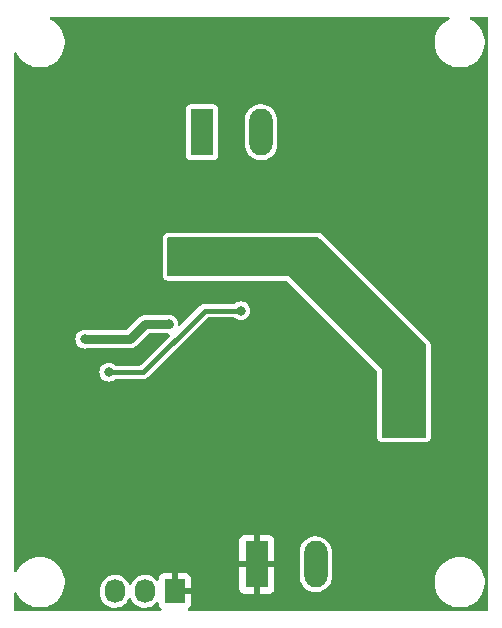
<source format=gbr>
%TF.GenerationSoftware,KiCad,Pcbnew,7.0.5*%
%TF.CreationDate,2023-07-07T01:57:58+07:00*%
%TF.ProjectId,driver_motor,64726976-6572-45f6-9d6f-746f722e6b69,rev?*%
%TF.SameCoordinates,Original*%
%TF.FileFunction,Copper,L2,Bot*%
%TF.FilePolarity,Positive*%
%FSLAX46Y46*%
G04 Gerber Fmt 4.6, Leading zero omitted, Abs format (unit mm)*
G04 Created by KiCad (PCBNEW 7.0.5) date 2023-07-07 01:57:58*
%MOMM*%
%LPD*%
G01*
G04 APERTURE LIST*
%TA.AperFunction,ComponentPad*%
%ADD10R,1.980000X3.960000*%
%TD*%
%TA.AperFunction,ComponentPad*%
%ADD11O,1.980000X3.960000*%
%TD*%
%TA.AperFunction,ComponentPad*%
%ADD12R,1.730000X2.030000*%
%TD*%
%TA.AperFunction,ComponentPad*%
%ADD13O,1.730000X2.030000*%
%TD*%
%TA.AperFunction,ViaPad*%
%ADD14C,1.500000*%
%TD*%
%TA.AperFunction,ViaPad*%
%ADD15C,0.800000*%
%TD*%
%TA.AperFunction,Conductor*%
%ADD16C,1.270000*%
%TD*%
%TA.AperFunction,Conductor*%
%ADD17C,0.762000*%
%TD*%
%TA.AperFunction,Conductor*%
%ADD18C,0.381000*%
%TD*%
G04 APERTURE END LIST*
D10*
%TO.P,J3,1,Pin_1*%
%TO.N,Net-(J3-Pin_1)*%
X162335000Y-35560000D03*
D11*
%TO.P,J3,2,Pin_2*%
%TO.N,Net-(J3-Pin_2)*%
X167335000Y-35560000D03*
%TD*%
D12*
%TO.P,J2,1,Pin_1*%
%TO.N,GND*%
X160030000Y-74422000D03*
D13*
%TO.P,J2,2,Pin_2*%
%TO.N,Net-(J2-Pin_2)*%
X157490000Y-74422000D03*
%TO.P,J2,3,Pin_3*%
%TO.N,Net-(J2-Pin_3)*%
X154950000Y-74422000D03*
%TD*%
D10*
%TO.P,J1,1,Pin_1*%
%TO.N,GND*%
X166958000Y-72136000D03*
D11*
%TO.P,J1,2,Pin_2*%
%TO.N,+12V*%
X171958000Y-72136000D03*
%TD*%
D14*
%TO.N,+12V*%
X160374500Y-46127500D03*
X179324000Y-60452000D03*
D15*
%TO.N,+5V*%
X159512000Y-51816352D03*
X152400000Y-53086000D03*
%TO.N,GND*%
X154475000Y-59916500D03*
X178625000Y-29326500D03*
X164135000Y-66356500D03*
X183455000Y-66356500D03*
X159305000Y-61526500D03*
X160915000Y-29326500D03*
X177015000Y-71186500D03*
X148035000Y-69576500D03*
X170575000Y-29326500D03*
X178625000Y-74406500D03*
X151255000Y-63136500D03*
X159305000Y-27716500D03*
X159305000Y-29326500D03*
X165745000Y-66356500D03*
X181845000Y-67966500D03*
X160915000Y-27716500D03*
X157695000Y-71186500D03*
X157695000Y-61526500D03*
X167355000Y-27716500D03*
X185065000Y-69576500D03*
X174752000Y-56388000D03*
X185065000Y-67966500D03*
X183455000Y-67966500D03*
X185065000Y-30936500D03*
X177015000Y-74406500D03*
X173795000Y-27716500D03*
X169672000Y-49530000D03*
X156085000Y-29326500D03*
X173795000Y-29326500D03*
X167355000Y-64746500D03*
X154475000Y-29326500D03*
X180235000Y-74406500D03*
X165745000Y-29326500D03*
X151255000Y-61526500D03*
X180235000Y-69576500D03*
X177015000Y-69576500D03*
X185065000Y-35766500D03*
X185065000Y-66356500D03*
X165745000Y-53476500D03*
X154475000Y-63136500D03*
X181845000Y-66356500D03*
X159305000Y-71186500D03*
X164135000Y-64746500D03*
X154475000Y-27716500D03*
X178625000Y-71186500D03*
X185065000Y-32546500D03*
X177015000Y-29326500D03*
X172185000Y-29326500D03*
X165745000Y-64746500D03*
X185065000Y-38986500D03*
X157695000Y-63136500D03*
X168965000Y-29326500D03*
X152865000Y-27716500D03*
X178625000Y-27716500D03*
X152865000Y-63136500D03*
X157695000Y-59916500D03*
X160915000Y-61526500D03*
X167355000Y-29326500D03*
X178625000Y-67966500D03*
X164135000Y-69576500D03*
X164135000Y-67966500D03*
X175405000Y-29326500D03*
X149645000Y-63136500D03*
X183455000Y-69576500D03*
X160915000Y-59916500D03*
X178625000Y-72796500D03*
X181845000Y-69576500D03*
X156085000Y-69576500D03*
X152865000Y-61526500D03*
X165745000Y-27716500D03*
X157695000Y-27716500D03*
X165745000Y-55086500D03*
X159305000Y-59916500D03*
X185065000Y-40596500D03*
X160915000Y-63136500D03*
X162525000Y-67966500D03*
X185065000Y-42206500D03*
X180235000Y-29326500D03*
X180235000Y-66356500D03*
X185065000Y-34156500D03*
X172185000Y-27716500D03*
X180235000Y-67966500D03*
X164135000Y-29326500D03*
X162525000Y-66356500D03*
X185065000Y-37376500D03*
X164135000Y-27716500D03*
X180235000Y-72796500D03*
X157695000Y-29326500D03*
X162525000Y-27716500D03*
X156085000Y-59916500D03*
X177015000Y-27716500D03*
X159305000Y-63136500D03*
X156085000Y-63136500D03*
X180235000Y-27716500D03*
X162525000Y-64746500D03*
X154475000Y-61526500D03*
X156085000Y-61526500D03*
X180235000Y-71186500D03*
X175405000Y-27716500D03*
X162525000Y-29326500D03*
X156085000Y-27716500D03*
X178625000Y-69576500D03*
X170575000Y-27716500D03*
X177015000Y-72796500D03*
X152865000Y-29326500D03*
X149645000Y-61526500D03*
X168965000Y-27716500D03*
X157695000Y-69576500D03*
%TO.N,PWML*%
X154432000Y-55880000D03*
X165608000Y-50654852D03*
%TD*%
D16*
%TO.N,+12V*%
X160528000Y-45974000D02*
X160374500Y-46127500D01*
X170688000Y-45974000D02*
X160528000Y-45974000D01*
X179324000Y-60452000D02*
X179324000Y-54610000D01*
X179324000Y-54610000D02*
X170688000Y-45974000D01*
D17*
%TO.N,+5V*%
X159512000Y-51816352D02*
X157479648Y-51816352D01*
X157479648Y-51816352D02*
X156210000Y-53086000D01*
X156210000Y-53086000D02*
X152400000Y-53086000D01*
D16*
%TO.N,GND*%
X167132000Y-71962000D02*
X166958000Y-72136000D01*
D17*
X169672000Y-49530000D02*
X169672000Y-53086000D01*
X172974000Y-56388000D02*
X174752000Y-56388000D01*
X169672000Y-53086000D02*
X172974000Y-56388000D01*
D18*
%TO.N,PWML*%
X162555057Y-50654852D02*
X157329909Y-55880000D01*
X165608000Y-50654852D02*
X162555057Y-50654852D01*
X157329909Y-55880000D02*
X154432000Y-55880000D01*
%TD*%
%TA.AperFunction,Conductor*%
%TO.N,GND*%
G36*
X183240876Y-25801185D02*
G01*
X183286631Y-25853989D01*
X183296575Y-25923147D01*
X183267550Y-25986703D01*
X183230885Y-26015598D01*
X183039918Y-26114549D01*
X182896981Y-26215445D01*
X182801693Y-26282708D01*
X182801690Y-26282709D01*
X182801688Y-26282712D01*
X182801687Y-26282712D01*
X182588583Y-26481737D01*
X182404556Y-26707936D01*
X182253048Y-26957081D01*
X182136878Y-27224532D01*
X182058206Y-27505314D01*
X182058205Y-27505320D01*
X182018500Y-27794199D01*
X182018500Y-28085800D01*
X182058205Y-28374679D01*
X182058206Y-28374685D01*
X182136878Y-28655467D01*
X182253049Y-28922918D01*
X182253048Y-28922918D01*
X182404556Y-29172063D01*
X182404558Y-29172065D01*
X182404559Y-29172067D01*
X182588583Y-29398262D01*
X182801693Y-29597292D01*
X183039918Y-29765450D01*
X183039917Y-29765450D01*
X183039919Y-29765451D01*
X183298824Y-29899605D01*
X183573584Y-29997254D01*
X183573587Y-29997254D01*
X183573592Y-29997256D01*
X183859083Y-30056582D01*
X183859082Y-30056582D01*
X183886345Y-30058446D01*
X184077179Y-30071500D01*
X184077186Y-30071500D01*
X184222814Y-30071500D01*
X184222821Y-30071500D01*
X184440917Y-30056582D01*
X184616664Y-30020060D01*
X184726407Y-29997256D01*
X184726408Y-29997255D01*
X184726416Y-29997254D01*
X185001176Y-29899605D01*
X185260081Y-29765451D01*
X185498307Y-29597292D01*
X185711417Y-29398262D01*
X185895441Y-29172067D01*
X186046950Y-28922920D01*
X186163123Y-28655464D01*
X186241795Y-28374680D01*
X186281500Y-28085799D01*
X186281500Y-27794201D01*
X186241795Y-27505320D01*
X186163123Y-27224536D01*
X186046950Y-26957081D01*
X186046951Y-26957081D01*
X185895443Y-26707936D01*
X185711416Y-26481737D01*
X185498311Y-26282712D01*
X185498312Y-26282712D01*
X185498307Y-26282708D01*
X185260081Y-26114549D01*
X185260082Y-26114549D01*
X185069115Y-26015598D01*
X185018648Y-25967277D01*
X185002316Y-25899343D01*
X185025305Y-25833364D01*
X185080315Y-25790287D01*
X185126163Y-25781500D01*
X186438500Y-25781500D01*
X186505539Y-25801185D01*
X186551294Y-25853989D01*
X186562500Y-25905500D01*
X186562500Y-75948500D01*
X186542815Y-76015539D01*
X186490011Y-76061294D01*
X186438500Y-76072500D01*
X161252970Y-76072500D01*
X161185931Y-76052815D01*
X161140176Y-76000011D01*
X161130232Y-75930853D01*
X161159257Y-75867297D01*
X161178659Y-75849233D01*
X161252190Y-75794186D01*
X161338350Y-75679093D01*
X161338354Y-75679086D01*
X161388596Y-75544379D01*
X161388598Y-75544372D01*
X161394999Y-75484844D01*
X161395000Y-75484827D01*
X161395000Y-74672000D01*
X160475572Y-74672000D01*
X160498682Y-74636040D01*
X160540000Y-74495327D01*
X160540000Y-74348673D01*
X160498682Y-74207960D01*
X160475572Y-74172000D01*
X161395000Y-74172000D01*
X161395000Y-74163844D01*
X165468000Y-74163844D01*
X165474401Y-74223372D01*
X165474403Y-74223379D01*
X165524645Y-74358086D01*
X165524649Y-74358093D01*
X165610809Y-74473187D01*
X165610812Y-74473190D01*
X165725906Y-74559350D01*
X165725913Y-74559354D01*
X165860620Y-74609596D01*
X165860627Y-74609598D01*
X165920155Y-74615999D01*
X165920172Y-74616000D01*
X166708000Y-74616000D01*
X166708000Y-72747057D01*
X166798892Y-72781528D01*
X166918081Y-72796000D01*
X166997919Y-72796000D01*
X167117108Y-72781528D01*
X167208000Y-72747057D01*
X167208000Y-74616000D01*
X167995828Y-74616000D01*
X167995844Y-74615999D01*
X168055372Y-74609598D01*
X168055379Y-74609596D01*
X168190086Y-74559354D01*
X168190093Y-74559350D01*
X168305187Y-74473190D01*
X168305190Y-74473187D01*
X168391350Y-74358093D01*
X168391354Y-74358086D01*
X168441596Y-74223379D01*
X168441598Y-74223372D01*
X168447999Y-74163844D01*
X168448000Y-74163827D01*
X168448000Y-73184282D01*
X170586500Y-73184282D01*
X170601338Y-73358618D01*
X170660167Y-73584552D01*
X170756328Y-73797286D01*
X170756333Y-73797294D01*
X170887058Y-73990708D01*
X170887061Y-73990712D01*
X170887066Y-73990719D01*
X171048608Y-74159270D01*
X171236313Y-74298095D01*
X171444778Y-74403201D01*
X171668009Y-74471565D01*
X171899581Y-74501219D01*
X172132835Y-74491310D01*
X172361059Y-74442124D01*
X172577687Y-74355076D01*
X172776488Y-74232669D01*
X172951743Y-74078425D01*
X173098410Y-73896782D01*
X173149236Y-73805800D01*
X182018500Y-73805800D01*
X182058205Y-74094679D01*
X182058206Y-74094685D01*
X182136878Y-74375467D01*
X182253049Y-74642918D01*
X182253048Y-74642918D01*
X182404556Y-74892063D01*
X182404558Y-74892065D01*
X182404559Y-74892067D01*
X182588583Y-75118262D01*
X182801693Y-75317292D01*
X183039918Y-75485450D01*
X183039917Y-75485450D01*
X183039919Y-75485451D01*
X183298824Y-75619605D01*
X183573584Y-75717254D01*
X183573587Y-75717254D01*
X183573592Y-75717256D01*
X183859083Y-75776582D01*
X183859082Y-75776582D01*
X183886344Y-75778446D01*
X184077179Y-75791500D01*
X184077186Y-75791500D01*
X184222814Y-75791500D01*
X184222821Y-75791500D01*
X184440917Y-75776582D01*
X184699617Y-75722823D01*
X184726407Y-75717256D01*
X184726408Y-75717255D01*
X184726416Y-75717254D01*
X185001176Y-75619605D01*
X185260081Y-75485451D01*
X185498307Y-75317292D01*
X185711417Y-75118262D01*
X185895441Y-74892067D01*
X186046950Y-74642920D01*
X186049939Y-74636040D01*
X186070766Y-74588091D01*
X186163123Y-74375464D01*
X186241795Y-74094680D01*
X186277866Y-73832241D01*
X186281500Y-73805800D01*
X186281500Y-73514199D01*
X186260192Y-73359172D01*
X186241795Y-73225320D01*
X186163123Y-72944536D01*
X186046950Y-72677081D01*
X186046951Y-72677081D01*
X185895443Y-72427936D01*
X185861325Y-72386000D01*
X185711417Y-72201738D01*
X185498307Y-72002708D01*
X185260081Y-71834549D01*
X185260082Y-71834549D01*
X185001174Y-71700394D01*
X184726421Y-71602747D01*
X184726407Y-71602743D01*
X184440916Y-71543417D01*
X184440917Y-71543417D01*
X184293431Y-71533329D01*
X184222821Y-71528500D01*
X184077179Y-71528500D01*
X184006568Y-71533329D01*
X183859083Y-71543417D01*
X183573592Y-71602743D01*
X183573578Y-71602747D01*
X183298825Y-71700394D01*
X183039918Y-71834549D01*
X182896981Y-71935445D01*
X182801693Y-72002708D01*
X182801690Y-72002709D01*
X182801688Y-72002712D01*
X182801687Y-72002712D01*
X182588583Y-72201737D01*
X182404556Y-72427936D01*
X182253048Y-72677081D01*
X182136878Y-72944532D01*
X182058206Y-73225314D01*
X182058205Y-73225320D01*
X182018500Y-73514199D01*
X182018500Y-73805800D01*
X173149236Y-73805800D01*
X173212269Y-73692965D01*
X173290045Y-73472837D01*
X173309630Y-73358618D01*
X173329499Y-73242741D01*
X173329500Y-73242730D01*
X173329500Y-71087736D01*
X173329499Y-71087717D01*
X173314661Y-70913381D01*
X173255832Y-70687447D01*
X173159671Y-70474713D01*
X173159666Y-70474705D01*
X173028941Y-70281291D01*
X173028939Y-70281289D01*
X173028934Y-70281281D01*
X172867392Y-70112730D01*
X172679687Y-69973905D01*
X172676276Y-69972185D01*
X172471223Y-69868799D01*
X172342532Y-69829388D01*
X172247991Y-69800435D01*
X172247989Y-69800434D01*
X172247990Y-69800434D01*
X172016413Y-69770780D01*
X171783170Y-69780689D01*
X171783164Y-69780689D01*
X171554939Y-69829876D01*
X171338316Y-69916922D01*
X171139512Y-70039330D01*
X170964256Y-70193575D01*
X170964252Y-70193579D01*
X170817589Y-70375218D01*
X170703731Y-70579032D01*
X170625957Y-70799155D01*
X170625953Y-70799169D01*
X170586500Y-71029258D01*
X170586500Y-73184282D01*
X168448000Y-73184282D01*
X168448000Y-72386000D01*
X167572168Y-72386000D01*
X167579643Y-72371758D01*
X167618000Y-72216138D01*
X167618000Y-72055862D01*
X167579643Y-71900242D01*
X167572168Y-71886000D01*
X168448000Y-71886000D01*
X168448000Y-70108172D01*
X168447999Y-70108155D01*
X168441598Y-70048627D01*
X168441596Y-70048620D01*
X168391354Y-69913913D01*
X168391350Y-69913906D01*
X168305190Y-69798812D01*
X168305187Y-69798809D01*
X168190093Y-69712649D01*
X168190086Y-69712645D01*
X168055379Y-69662403D01*
X168055372Y-69662401D01*
X167995844Y-69656000D01*
X167208000Y-69656000D01*
X167208000Y-71524942D01*
X167117108Y-71490472D01*
X166997919Y-71476000D01*
X166918081Y-71476000D01*
X166798892Y-71490472D01*
X166708000Y-71524942D01*
X166708000Y-69656000D01*
X165920155Y-69656000D01*
X165860627Y-69662401D01*
X165860620Y-69662403D01*
X165725913Y-69712645D01*
X165725906Y-69712649D01*
X165610812Y-69798809D01*
X165610809Y-69798812D01*
X165524649Y-69913906D01*
X165524645Y-69913913D01*
X165474403Y-70048620D01*
X165474401Y-70048627D01*
X165468000Y-70108155D01*
X165468000Y-71886000D01*
X166343832Y-71886000D01*
X166336357Y-71900242D01*
X166298000Y-72055862D01*
X166298000Y-72216138D01*
X166336357Y-72371758D01*
X166343832Y-72386000D01*
X165468000Y-72386000D01*
X165468000Y-74163844D01*
X161395000Y-74163844D01*
X161395000Y-73359172D01*
X161394999Y-73359155D01*
X161388598Y-73299627D01*
X161388596Y-73299620D01*
X161338354Y-73164913D01*
X161338350Y-73164906D01*
X161252190Y-73049812D01*
X161252187Y-73049809D01*
X161137093Y-72963649D01*
X161137086Y-72963645D01*
X161002379Y-72913403D01*
X161002372Y-72913401D01*
X160942844Y-72907000D01*
X160280000Y-72907000D01*
X160280000Y-73975505D01*
X160175161Y-73927627D01*
X160066473Y-73912000D01*
X159993527Y-73912000D01*
X159884839Y-73927627D01*
X159780000Y-73975505D01*
X159780000Y-72907000D01*
X159117155Y-72907000D01*
X159057627Y-72913401D01*
X159057620Y-72913403D01*
X158922913Y-72963645D01*
X158922906Y-72963649D01*
X158807812Y-73049809D01*
X158807809Y-73049812D01*
X158721649Y-73164906D01*
X158721645Y-73164913D01*
X158671403Y-73299620D01*
X158671401Y-73299627D01*
X158665000Y-73359155D01*
X158665000Y-73386943D01*
X158645315Y-73453982D01*
X158592511Y-73499737D01*
X158523353Y-73509681D01*
X158459797Y-73480656D01*
X158440682Y-73459829D01*
X158438567Y-73456919D01*
X158432498Y-73448565D01*
X158432497Y-73448564D01*
X158432496Y-73448562D01*
X158270325Y-73293511D01*
X158270322Y-73293509D01*
X158270321Y-73293508D01*
X158083065Y-73169901D01*
X157876747Y-73081717D01*
X157876740Y-73081715D01*
X157876736Y-73081714D01*
X157658003Y-73031790D01*
X157657999Y-73031789D01*
X157657998Y-73031789D01*
X157657997Y-73031788D01*
X157657992Y-73031788D01*
X157433853Y-73021722D01*
X157433852Y-73021722D01*
X157433850Y-73021722D01*
X157267092Y-73044311D01*
X157211506Y-73051841D01*
X157211501Y-73051842D01*
X156998112Y-73121176D01*
X156800533Y-73227498D01*
X156800530Y-73227500D01*
X156625108Y-73367395D01*
X156477489Y-73536356D01*
X156477488Y-73536357D01*
X156362403Y-73728978D01*
X156337149Y-73796267D01*
X156295163Y-73852115D01*
X156229649Y-73876398D01*
X156161407Y-73861406D01*
X156112102Y-73811900D01*
X156109348Y-73806521D01*
X156024381Y-73630087D01*
X155956287Y-73536364D01*
X155892502Y-73448570D01*
X155892496Y-73448562D01*
X155730325Y-73293511D01*
X155730322Y-73293509D01*
X155730321Y-73293508D01*
X155543065Y-73169901D01*
X155336747Y-73081717D01*
X155336740Y-73081715D01*
X155336736Y-73081714D01*
X155118003Y-73031790D01*
X155117999Y-73031789D01*
X155117998Y-73031789D01*
X155117997Y-73031788D01*
X155117992Y-73031788D01*
X154893853Y-73021722D01*
X154893852Y-73021722D01*
X154893850Y-73021722D01*
X154727092Y-73044311D01*
X154671506Y-73051841D01*
X154671501Y-73051842D01*
X154458112Y-73121176D01*
X154260533Y-73227498D01*
X154260530Y-73227500D01*
X154085108Y-73367395D01*
X153937489Y-73536356D01*
X153937488Y-73536357D01*
X153822403Y-73728977D01*
X153743563Y-73939046D01*
X153703500Y-74159809D01*
X153703500Y-74627972D01*
X153718574Y-74795467D01*
X153770216Y-74982592D01*
X153778266Y-75011759D01*
X153790663Y-75037501D01*
X153875617Y-75213910D01*
X153875619Y-75213914D01*
X154007497Y-75395429D01*
X154007503Y-75395437D01*
X154169674Y-75550488D01*
X154169676Y-75550489D01*
X154169679Y-75550492D01*
X154356935Y-75674099D01*
X154563253Y-75762283D01*
X154782002Y-75812211D01*
X155006150Y-75822278D01*
X155228493Y-75792159D01*
X155441886Y-75722824D01*
X155639469Y-75616500D01*
X155814891Y-75476605D01*
X155962516Y-75307636D01*
X156077597Y-75115022D01*
X156102851Y-75047730D01*
X156144834Y-74991885D01*
X156210348Y-74967601D01*
X156278591Y-74982592D01*
X156327896Y-75032097D01*
X156330663Y-75037501D01*
X156415617Y-75213910D01*
X156415619Y-75213914D01*
X156547497Y-75395429D01*
X156547503Y-75395437D01*
X156709674Y-75550488D01*
X156709676Y-75550489D01*
X156709679Y-75550492D01*
X156896935Y-75674099D01*
X157103253Y-75762283D01*
X157322002Y-75812211D01*
X157546150Y-75822278D01*
X157768493Y-75792159D01*
X157981886Y-75722824D01*
X158179469Y-75616500D01*
X158354891Y-75476605D01*
X158447621Y-75370467D01*
X158506551Y-75332935D01*
X158576420Y-75333220D01*
X158635044Y-75371235D01*
X158663809Y-75434908D01*
X158665000Y-75452054D01*
X158665000Y-75484844D01*
X158671401Y-75544372D01*
X158671403Y-75544379D01*
X158721645Y-75679086D01*
X158721649Y-75679093D01*
X158807809Y-75794186D01*
X158881341Y-75849233D01*
X158923212Y-75905167D01*
X158928196Y-75974859D01*
X158894711Y-76036182D01*
X158833387Y-76069666D01*
X158807030Y-76072500D01*
X146555500Y-76072500D01*
X146488461Y-76052815D01*
X146442706Y-76000011D01*
X146431500Y-75948500D01*
X146431500Y-74637493D01*
X146451185Y-74570454D01*
X146503989Y-74524699D01*
X146573147Y-74514755D01*
X146636703Y-74543780D01*
X146669234Y-74588091D01*
X146693048Y-74642918D01*
X146844556Y-74892063D01*
X146844558Y-74892065D01*
X146844559Y-74892067D01*
X147028583Y-75118262D01*
X147241693Y-75317292D01*
X147479918Y-75485450D01*
X147479917Y-75485450D01*
X147479919Y-75485451D01*
X147738824Y-75619605D01*
X148013584Y-75717254D01*
X148013587Y-75717254D01*
X148013592Y-75717256D01*
X148299083Y-75776582D01*
X148299082Y-75776582D01*
X148326344Y-75778446D01*
X148517179Y-75791500D01*
X148517186Y-75791500D01*
X148662814Y-75791500D01*
X148662821Y-75791500D01*
X148880917Y-75776582D01*
X149139617Y-75722823D01*
X149166407Y-75717256D01*
X149166408Y-75717255D01*
X149166416Y-75717254D01*
X149441176Y-75619605D01*
X149700081Y-75485451D01*
X149938307Y-75317292D01*
X150151417Y-75118262D01*
X150335441Y-74892067D01*
X150486950Y-74642920D01*
X150489939Y-74636040D01*
X150510766Y-74588091D01*
X150603123Y-74375464D01*
X150681795Y-74094680D01*
X150717866Y-73832241D01*
X150721500Y-73805800D01*
X150721500Y-73514199D01*
X150700192Y-73359172D01*
X150681795Y-73225320D01*
X150603123Y-72944536D01*
X150486950Y-72677081D01*
X150486951Y-72677081D01*
X150335443Y-72427936D01*
X150301325Y-72386000D01*
X150151417Y-72201738D01*
X149938307Y-72002708D01*
X149700081Y-71834549D01*
X149700082Y-71834549D01*
X149441174Y-71700394D01*
X149166421Y-71602747D01*
X149166407Y-71602743D01*
X148880916Y-71543417D01*
X148880917Y-71543417D01*
X148733431Y-71533329D01*
X148662821Y-71528500D01*
X148517179Y-71528500D01*
X148446568Y-71533329D01*
X148299083Y-71543417D01*
X148013592Y-71602743D01*
X148013578Y-71602747D01*
X147738825Y-71700394D01*
X147479918Y-71834549D01*
X147336981Y-71935445D01*
X147241693Y-72002708D01*
X147241690Y-72002709D01*
X147241688Y-72002712D01*
X147241687Y-72002712D01*
X147028583Y-72201737D01*
X146844556Y-72427936D01*
X146693048Y-72677081D01*
X146669234Y-72731908D01*
X146624470Y-72785555D01*
X146557809Y-72806485D01*
X146490415Y-72788052D01*
X146443684Y-72736109D01*
X146431500Y-72682506D01*
X146431500Y-53086003D01*
X151613555Y-53086003D01*
X151633271Y-53260994D01*
X151691438Y-53427229D01*
X151785128Y-53576334D01*
X151785133Y-53576340D01*
X151909659Y-53700866D01*
X151909665Y-53700871D01*
X152058770Y-53794561D01*
X152091513Y-53806018D01*
X152225000Y-53852727D01*
X152225003Y-53852727D01*
X152225005Y-53852728D01*
X152399996Y-53872445D01*
X152400000Y-53872445D01*
X152400004Y-53872445D01*
X152574996Y-53852728D01*
X152579890Y-53851611D01*
X152607490Y-53848500D01*
X156145418Y-53848500D01*
X156163388Y-53849809D01*
X156166080Y-53850203D01*
X156187672Y-53853366D01*
X156240596Y-53848735D01*
X156245997Y-53848500D01*
X156254406Y-53848500D01*
X156254412Y-53848500D01*
X156286667Y-53844729D01*
X156288331Y-53844559D01*
X156365240Y-53837831D01*
X156365248Y-53837828D01*
X156372309Y-53836371D01*
X156372317Y-53836414D01*
X156380016Y-53834707D01*
X156380007Y-53834666D01*
X156387034Y-53833000D01*
X156387038Y-53832998D01*
X156387042Y-53832998D01*
X156459566Y-53806601D01*
X156461158Y-53806047D01*
X156534440Y-53781765D01*
X156534446Y-53781761D01*
X156540988Y-53778711D01*
X156541006Y-53778750D01*
X156548102Y-53775315D01*
X156548083Y-53775276D01*
X156554535Y-53772035D01*
X156554539Y-53772034D01*
X156619033Y-53729614D01*
X156620422Y-53728728D01*
X156686149Y-53688188D01*
X156686149Y-53688187D01*
X156691813Y-53683709D01*
X156691840Y-53683743D01*
X156697954Y-53678763D01*
X156697927Y-53678730D01*
X156703457Y-53674088D01*
X156703462Y-53674085D01*
X156756436Y-53617934D01*
X156757627Y-53616708D01*
X157759166Y-52615171D01*
X157820490Y-52581686D01*
X157846848Y-52578852D01*
X159304510Y-52578852D01*
X159332110Y-52581963D01*
X159337003Y-52583080D01*
X159513331Y-52602947D01*
X159577745Y-52630013D01*
X159617300Y-52687608D01*
X159619438Y-52757445D01*
X159587129Y-52813848D01*
X157129298Y-55271681D01*
X157067975Y-55305166D01*
X157041617Y-55308000D01*
X155016569Y-55308000D01*
X154949530Y-55288315D01*
X154928888Y-55271681D01*
X154922340Y-55265133D01*
X154922334Y-55265128D01*
X154773229Y-55171438D01*
X154606994Y-55113271D01*
X154432004Y-55093555D01*
X154431996Y-55093555D01*
X154257005Y-55113271D01*
X154090770Y-55171438D01*
X153941665Y-55265128D01*
X153941659Y-55265133D01*
X153817133Y-55389659D01*
X153817128Y-55389665D01*
X153723438Y-55538770D01*
X153665271Y-55705005D01*
X153645555Y-55879996D01*
X153645555Y-55880003D01*
X153665271Y-56054994D01*
X153723438Y-56221229D01*
X153817128Y-56370334D01*
X153817133Y-56370340D01*
X153941659Y-56494866D01*
X153941665Y-56494871D01*
X154090770Y-56588561D01*
X154148580Y-56608789D01*
X154257000Y-56646727D01*
X154257003Y-56646727D01*
X154257005Y-56646728D01*
X154431996Y-56666445D01*
X154432000Y-56666445D01*
X154432004Y-56666445D01*
X154606994Y-56646728D01*
X154606995Y-56646727D01*
X154607000Y-56646727D01*
X154773226Y-56588562D01*
X154773225Y-56588562D01*
X154773229Y-56588561D01*
X154922334Y-56494871D01*
X154922335Y-56494870D01*
X154922340Y-56494867D01*
X154928888Y-56488318D01*
X154990211Y-56454834D01*
X155016569Y-56452000D01*
X157288356Y-56452000D01*
X157296454Y-56452530D01*
X157313950Y-56454834D01*
X157329908Y-56456935D01*
X157329909Y-56456935D01*
X157365469Y-56452253D01*
X157365492Y-56452251D01*
X157367398Y-56452000D01*
X157367401Y-56452000D01*
X157479231Y-56437277D01*
X157618377Y-56379641D01*
X157737864Y-56287955D01*
X157758412Y-56261174D01*
X157763753Y-56255084D01*
X162755667Y-51263171D01*
X162816991Y-51229686D01*
X162843349Y-51226852D01*
X165023431Y-51226852D01*
X165090470Y-51246537D01*
X165111112Y-51263171D01*
X165117659Y-51269718D01*
X165117665Y-51269723D01*
X165266770Y-51363413D01*
X165324580Y-51383641D01*
X165433000Y-51421579D01*
X165433003Y-51421579D01*
X165433005Y-51421580D01*
X165607996Y-51441297D01*
X165608000Y-51441297D01*
X165608004Y-51441297D01*
X165782994Y-51421580D01*
X165782995Y-51421579D01*
X165783000Y-51421579D01*
X165949226Y-51363414D01*
X165949225Y-51363414D01*
X165949229Y-51363413D01*
X166098334Y-51269723D01*
X166098335Y-51269722D01*
X166098340Y-51269719D01*
X166222867Y-51145192D01*
X166232214Y-51130317D01*
X166316561Y-50996081D01*
X166319078Y-50988885D01*
X166374727Y-50829852D01*
X166394445Y-50654852D01*
X166374727Y-50479852D01*
X166316562Y-50313626D01*
X166316561Y-50313622D01*
X166222871Y-50164517D01*
X166222866Y-50164511D01*
X166098340Y-50039985D01*
X166098334Y-50039980D01*
X165949229Y-49946290D01*
X165782994Y-49888123D01*
X165608004Y-49868407D01*
X165607996Y-49868407D01*
X165433005Y-49888123D01*
X165266770Y-49946290D01*
X165117665Y-50039980D01*
X165117659Y-50039985D01*
X165111112Y-50046533D01*
X165049789Y-50080018D01*
X165023431Y-50082852D01*
X162596610Y-50082852D01*
X162588511Y-50082321D01*
X162568165Y-50079642D01*
X162555058Y-50077917D01*
X162555057Y-50077917D01*
X162547536Y-50078907D01*
X162521601Y-50082321D01*
X162521600Y-50082320D01*
X162405735Y-50097575D01*
X162405731Y-50097576D01*
X162266592Y-50155209D01*
X162266589Y-50155210D01*
X162266589Y-50155211D01*
X162206845Y-50201053D01*
X162147099Y-50246899D01*
X162126557Y-50273670D01*
X162121205Y-50279772D01*
X160509496Y-51891481D01*
X160448173Y-51924966D01*
X160378481Y-51919982D01*
X160322548Y-51878110D01*
X160298595Y-51817683D01*
X160278728Y-51641357D01*
X160278727Y-51641355D01*
X160278727Y-51641352D01*
X160220562Y-51475126D01*
X160220561Y-51475122D01*
X160126871Y-51326017D01*
X160126866Y-51326011D01*
X160002340Y-51201485D01*
X160002334Y-51201480D01*
X159853229Y-51107790D01*
X159686994Y-51049623D01*
X159512004Y-51029907D01*
X159511996Y-51029907D01*
X159337003Y-51049623D01*
X159332110Y-51050741D01*
X159304510Y-51053852D01*
X157544231Y-51053852D01*
X157526259Y-51052543D01*
X157501975Y-51048986D01*
X157501972Y-51048985D01*
X157454444Y-51053144D01*
X157449054Y-51053616D01*
X157443651Y-51053852D01*
X157435226Y-51053852D01*
X157403009Y-51057617D01*
X157401217Y-51057800D01*
X157324405Y-51064521D01*
X157317338Y-51065981D01*
X157317329Y-51065941D01*
X157309616Y-51067651D01*
X157309626Y-51067690D01*
X157302602Y-51069354D01*
X157230108Y-51095740D01*
X157228406Y-51096331D01*
X157155210Y-51120586D01*
X157148670Y-51123637D01*
X157148652Y-51123599D01*
X157141543Y-51127041D01*
X157141562Y-51127077D01*
X157135109Y-51130317D01*
X157070662Y-51172703D01*
X157069144Y-51173670D01*
X157003494Y-51214165D01*
X156997835Y-51218641D01*
X156997811Y-51218610D01*
X156991692Y-51223595D01*
X156991717Y-51223625D01*
X156986191Y-51228261D01*
X156933258Y-51284365D01*
X156932003Y-51285658D01*
X155930481Y-52287181D01*
X155869158Y-52320666D01*
X155842800Y-52323500D01*
X152607490Y-52323500D01*
X152579890Y-52320389D01*
X152574996Y-52319271D01*
X152400004Y-52299555D01*
X152399996Y-52299555D01*
X152225005Y-52319271D01*
X152058770Y-52377438D01*
X151909665Y-52471128D01*
X151909659Y-52471133D01*
X151785133Y-52595659D01*
X151785128Y-52595665D01*
X151691438Y-52744770D01*
X151633271Y-52911005D01*
X151613555Y-53085996D01*
X151613555Y-53086003D01*
X146431500Y-53086003D01*
X146431500Y-47628000D01*
X158991500Y-47628000D01*
X159000333Y-47710160D01*
X159011535Y-47761658D01*
X159011537Y-47761665D01*
X159030752Y-47824055D01*
X159030755Y-47824063D01*
X159097103Y-47932607D01*
X159097111Y-47932617D01*
X159142861Y-47985417D01*
X159142863Y-47985419D01*
X159211554Y-48047707D01*
X159211556Y-48047708D01*
X159326068Y-48103158D01*
X159393107Y-48122843D01*
X159502000Y-48138500D01*
X169460544Y-48138500D01*
X169527583Y-48158185D01*
X169548225Y-48174819D01*
X177123181Y-55749775D01*
X177156666Y-55811098D01*
X177159500Y-55837456D01*
X177159500Y-61312000D01*
X177168333Y-61394160D01*
X177179535Y-61445658D01*
X177179537Y-61445665D01*
X177198752Y-61508055D01*
X177198755Y-61508063D01*
X177265103Y-61616607D01*
X177265111Y-61616617D01*
X177310861Y-61669417D01*
X177310863Y-61669419D01*
X177379554Y-61731707D01*
X177379556Y-61731708D01*
X177494068Y-61787158D01*
X177561107Y-61806843D01*
X177670000Y-61822500D01*
X177670003Y-61822500D01*
X181194000Y-61822500D01*
X181276160Y-61813667D01*
X181320103Y-61804107D01*
X181327658Y-61802464D01*
X181327660Y-61802463D01*
X181327671Y-61802461D01*
X181390057Y-61783247D01*
X181390060Y-61783245D01*
X181390063Y-61783244D01*
X181498607Y-61716896D01*
X181498607Y-61716895D01*
X181498615Y-61716891D01*
X181551419Y-61671136D01*
X181613708Y-61602444D01*
X181669158Y-61487932D01*
X181688843Y-61420893D01*
X181704500Y-61312000D01*
X181704500Y-53597009D01*
X181703392Y-53576335D01*
X181699451Y-53539685D01*
X181699449Y-53539666D01*
X181696154Y-53515957D01*
X181696153Y-53515954D01*
X181654388Y-53395772D01*
X181620904Y-53334451D01*
X181565920Y-53261000D01*
X181554985Y-53246392D01*
X181554969Y-53246374D01*
X172514313Y-44205721D01*
X172514296Y-44205704D01*
X172498897Y-44191871D01*
X172470198Y-44168743D01*
X172451082Y-44154292D01*
X172336570Y-44098842D01*
X172336567Y-44098841D01*
X172269536Y-44079158D01*
X172269532Y-44079157D01*
X172269531Y-44079157D01*
X172160638Y-44063500D01*
X159502000Y-44063500D01*
X159419839Y-44072333D01*
X159368341Y-44083535D01*
X159368334Y-44083537D01*
X159305944Y-44102752D01*
X159305936Y-44102755D01*
X159197392Y-44169103D01*
X159197382Y-44169111D01*
X159144582Y-44214861D01*
X159144580Y-44214863D01*
X159082292Y-44283554D01*
X159082291Y-44283556D01*
X159026842Y-44398067D01*
X159026841Y-44398070D01*
X159007158Y-44465101D01*
X158991500Y-44574002D01*
X158991500Y-47628000D01*
X146431500Y-47628000D01*
X146431500Y-37576206D01*
X160963500Y-37576206D01*
X160974304Y-37650361D01*
X160974304Y-37650362D01*
X160974305Y-37650364D01*
X161030221Y-37764743D01*
X161030223Y-37764746D01*
X161120253Y-37854776D01*
X161120256Y-37854778D01*
X161203688Y-37895565D01*
X161234639Y-37910696D01*
X161308794Y-37921500D01*
X161308800Y-37921500D01*
X163361200Y-37921500D01*
X163361206Y-37921500D01*
X163435361Y-37910696D01*
X163526536Y-37866123D01*
X163549743Y-37854778D01*
X163549746Y-37854776D01*
X163639776Y-37764746D01*
X163639778Y-37764743D01*
X163692612Y-37656669D01*
X163695696Y-37650361D01*
X163706500Y-37576206D01*
X163706500Y-36608282D01*
X165963500Y-36608282D01*
X165978338Y-36782618D01*
X166037167Y-37008552D01*
X166133328Y-37221286D01*
X166133333Y-37221294D01*
X166264058Y-37414708D01*
X166264061Y-37414712D01*
X166264066Y-37414719D01*
X166425608Y-37583270D01*
X166613313Y-37722095D01*
X166821778Y-37827201D01*
X167045009Y-37895565D01*
X167276581Y-37925219D01*
X167509835Y-37915310D01*
X167738059Y-37866124D01*
X167954687Y-37779076D01*
X168153488Y-37656669D01*
X168328743Y-37502425D01*
X168475410Y-37320782D01*
X168589269Y-37116965D01*
X168667045Y-36896837D01*
X168686630Y-36782618D01*
X168706499Y-36666741D01*
X168706500Y-36666730D01*
X168706500Y-34511736D01*
X168706499Y-34511717D01*
X168691661Y-34337381D01*
X168632832Y-34111447D01*
X168536671Y-33898713D01*
X168536666Y-33898705D01*
X168405941Y-33705291D01*
X168405939Y-33705289D01*
X168405934Y-33705281D01*
X168244392Y-33536730D01*
X168056687Y-33397905D01*
X167972092Y-33355253D01*
X167848223Y-33292799D01*
X167719532Y-33253388D01*
X167624991Y-33224435D01*
X167624989Y-33224434D01*
X167624990Y-33224434D01*
X167393413Y-33194780D01*
X167160170Y-33204689D01*
X167160164Y-33204689D01*
X166931939Y-33253876D01*
X166715316Y-33340922D01*
X166516512Y-33463330D01*
X166341256Y-33617575D01*
X166341252Y-33617579D01*
X166194589Y-33799218D01*
X166080731Y-34003032D01*
X166002957Y-34223155D01*
X166002953Y-34223169D01*
X165963500Y-34453258D01*
X165963500Y-36608282D01*
X163706500Y-36608282D01*
X163706500Y-33543794D01*
X163695696Y-33469639D01*
X163692612Y-33463330D01*
X163639778Y-33355256D01*
X163639776Y-33355253D01*
X163549746Y-33265223D01*
X163549743Y-33265221D01*
X163435364Y-33209305D01*
X163435362Y-33209304D01*
X163435361Y-33209304D01*
X163361206Y-33198500D01*
X161308794Y-33198500D01*
X161234639Y-33209304D01*
X161234637Y-33209304D01*
X161234635Y-33209305D01*
X161120256Y-33265221D01*
X161120253Y-33265223D01*
X161030223Y-33355253D01*
X161030221Y-33355256D01*
X160974305Y-33469635D01*
X160974304Y-33469637D01*
X160974304Y-33469639D01*
X160963500Y-33543794D01*
X160963500Y-37576206D01*
X146431500Y-37576206D01*
X146431500Y-28917493D01*
X146451185Y-28850454D01*
X146503989Y-28804699D01*
X146573147Y-28794755D01*
X146636703Y-28823780D01*
X146669234Y-28868091D01*
X146693048Y-28922918D01*
X146844556Y-29172063D01*
X146844558Y-29172065D01*
X146844559Y-29172067D01*
X147028583Y-29398262D01*
X147241693Y-29597292D01*
X147479918Y-29765450D01*
X147479917Y-29765450D01*
X147479919Y-29765451D01*
X147738824Y-29899605D01*
X148013584Y-29997254D01*
X148013587Y-29997254D01*
X148013592Y-29997256D01*
X148299083Y-30056582D01*
X148299082Y-30056582D01*
X148326345Y-30058446D01*
X148517179Y-30071500D01*
X148517186Y-30071500D01*
X148662814Y-30071500D01*
X148662821Y-30071500D01*
X148880917Y-30056582D01*
X149056664Y-30020060D01*
X149166407Y-29997256D01*
X149166408Y-29997255D01*
X149166416Y-29997254D01*
X149441176Y-29899605D01*
X149700081Y-29765451D01*
X149938307Y-29597292D01*
X150151417Y-29398262D01*
X150335441Y-29172067D01*
X150486950Y-28922920D01*
X150603123Y-28655464D01*
X150681795Y-28374680D01*
X150721500Y-28085799D01*
X150721500Y-27794201D01*
X150681795Y-27505320D01*
X150603123Y-27224536D01*
X150486950Y-26957081D01*
X150486951Y-26957081D01*
X150335443Y-26707936D01*
X150151416Y-26481737D01*
X149938311Y-26282712D01*
X149938312Y-26282712D01*
X149938307Y-26282708D01*
X149700081Y-26114549D01*
X149700082Y-26114549D01*
X149509115Y-26015598D01*
X149458648Y-25967277D01*
X149442316Y-25899343D01*
X149465305Y-25833364D01*
X149520315Y-25790287D01*
X149566163Y-25781500D01*
X183173837Y-25781500D01*
X183240876Y-25801185D01*
G37*
%TD.AperFunction*%
%TD*%
%TA.AperFunction,Conductor*%
%TO.N,+12V*%
G36*
X172227677Y-44469685D02*
G01*
X172248318Y-44486319D01*
X181281682Y-53519682D01*
X181315166Y-53581003D01*
X181318000Y-53607361D01*
X181318000Y-61312000D01*
X181298315Y-61379039D01*
X181245511Y-61424794D01*
X181194000Y-61436000D01*
X177670000Y-61436000D01*
X177602961Y-61416315D01*
X177557206Y-61363511D01*
X177546000Y-61312000D01*
X177546000Y-55626000D01*
X169672000Y-47752000D01*
X159502000Y-47752000D01*
X159434961Y-47732315D01*
X159389206Y-47679511D01*
X159378000Y-47628000D01*
X159378000Y-44574000D01*
X159397685Y-44506961D01*
X159450489Y-44461206D01*
X159502000Y-44450000D01*
X172160638Y-44450000D01*
X172227677Y-44469685D01*
G37*
%TD.AperFunction*%
%TD*%
M02*

</source>
